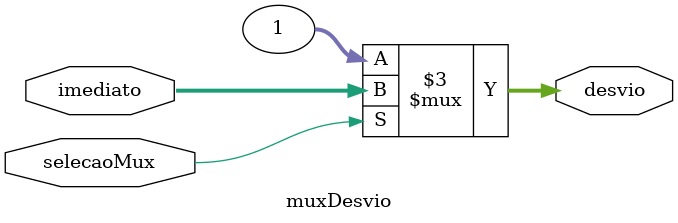
<source format=v>
module muxDesvio(selecaoMux,imediato,desvio);

input selecaoMux;
input[31:0] imediato;
output reg[31:0] desvio;

always@(imediato)
  begin
     if(selecaoMux) desvio = imediato;
	    else desvio=32'd1;
  end

endmodule
</source>
